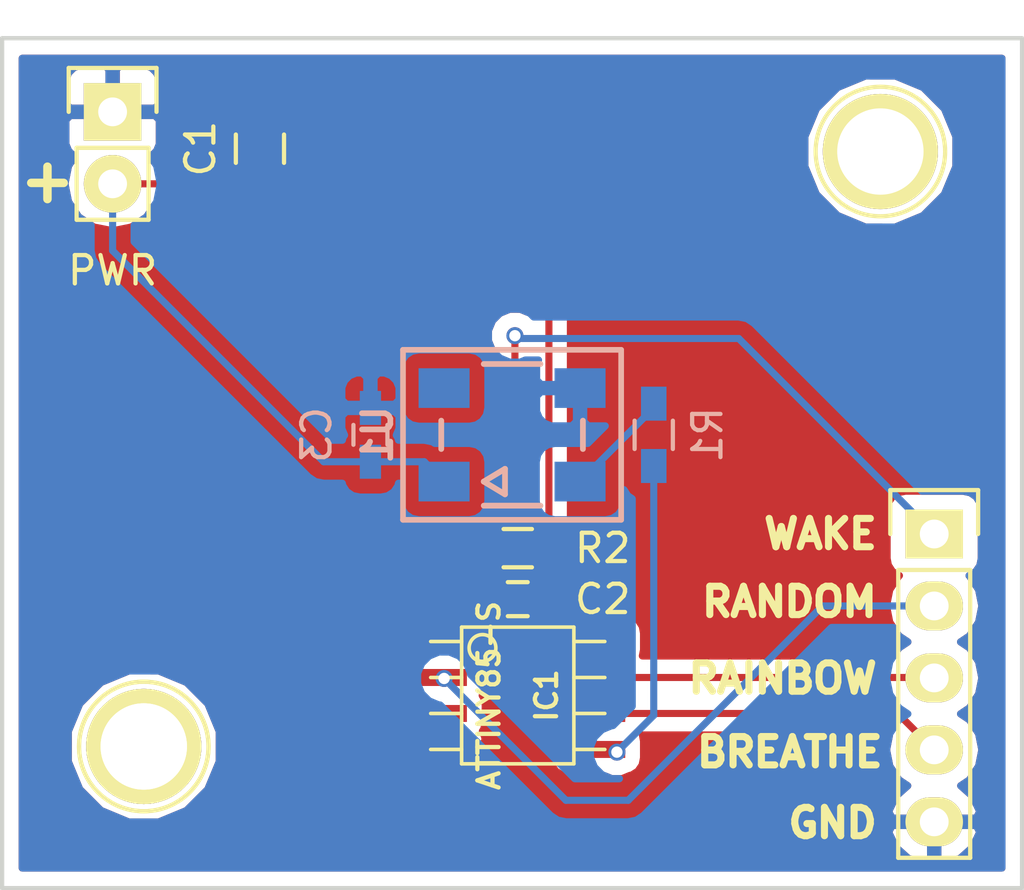
<source format=kicad_pcb>
(kicad_pcb (version 4) (host pcbnew "(2015-09-17 BZR 6202)-product")

  (general
    (links 19)
    (no_connects 0)
    (area 99.924999 99.924999 136.075001 130.075001)
    (thickness 1.6)
    (drawings 10)
    (tracks 46)
    (zones 0)
    (modules 12)
    (nets 11)
  )

  (page A4)
  (layers
    (0 F.Cu signal)
    (31 B.Cu signal)
    (32 B.Adhes user)
    (33 F.Adhes user)
    (34 B.Paste user)
    (35 F.Paste user)
    (36 B.SilkS user)
    (37 F.SilkS user)
    (38 B.Mask user)
    (39 F.Mask user)
    (40 Dwgs.User user)
    (41 Cmts.User user)
    (42 Eco1.User user)
    (43 Eco2.User user)
    (44 Edge.Cuts user)
    (45 Margin user)
    (46 B.CrtYd user)
    (47 F.CrtYd user)
    (48 B.Fab user)
    (49 F.Fab user)
  )

  (setup
    (last_trace_width 0.25)
    (trace_clearance 0.2)
    (zone_clearance 0.508)
    (zone_45_only no)
    (trace_min 0.2)
    (segment_width 0.2)
    (edge_width 0.15)
    (via_size 0.6)
    (via_drill 0.4)
    (via_min_size 0.4)
    (via_min_drill 0.3)
    (uvia_size 0.3)
    (uvia_drill 0.1)
    (uvias_allowed no)
    (uvia_min_size 0.2)
    (uvia_min_drill 0.1)
    (pcb_text_width 0.3)
    (pcb_text_size 1.5 1.5)
    (mod_edge_width 0.15)
    (mod_text_size 1 1)
    (mod_text_width 0.15)
    (pad_size 1.524 1.524)
    (pad_drill 0.762)
    (pad_to_mask_clearance 0.2)
    (aux_axis_origin 0 0)
    (grid_origin 100 100)
    (visible_elements FFFFFF7F)
    (pcbplotparams
      (layerselection 0x00030_80000001)
      (usegerberextensions false)
      (excludeedgelayer true)
      (linewidth 0.100000)
      (plotframeref false)
      (viasonmask false)
      (mode 1)
      (useauxorigin false)
      (hpglpennumber 1)
      (hpglpenspeed 20)
      (hpglpendiameter 15)
      (hpglpenoverlay 2)
      (psnegative false)
      (psa4output false)
      (plotreference true)
      (plotvalue true)
      (plotinvisibletext false)
      (padsonsilk false)
      (subtractmaskfromsilk false)
      (outputformat 1)
      (mirror false)
      (drillshape 1)
      (scaleselection 1)
      (outputdirectory ""))
  )

  (net 0 "")
  (net 1 +5V)
  (net 2 GND)
  (net 3 "Net-(IC1-Pad1)")
  (net 4 "Net-(IC1-Pad2)")
  (net 5 "Net-(IC1-Pad3)")
  (net 6 "Net-(IC1-Pad5)")
  (net 7 "Net-(IC1-Pad6)")
  (net 8 "Net-(IC1-Pad7)")
  (net 9 "Net-(R1-Pad2)")
  (net 10 "Net-(U1-Pad2)")

  (net_class Default "This is the default net class."
    (clearance 0.2)
    (trace_width 0.25)
    (via_dia 0.6)
    (via_drill 0.4)
    (uvia_dia 0.3)
    (uvia_drill 0.1)
    (add_net +5V)
    (add_net GND)
    (add_net "Net-(IC1-Pad1)")
    (add_net "Net-(IC1-Pad2)")
    (add_net "Net-(IC1-Pad3)")
    (add_net "Net-(IC1-Pad5)")
    (add_net "Net-(IC1-Pad6)")
    (add_net "Net-(IC1-Pad7)")
    (add_net "Net-(R1-Pad2)")
    (add_net "Net-(U1-Pad2)")
  )

  (module Capacitors_SMD:C_0805_HandSoldering (layer F.Cu) (tedit 541A9B8D) (tstamp 562C26C1)
    (at 109.1 103.9 90)
    (descr "Capacitor SMD 0805, hand soldering")
    (tags "capacitor 0805")
    (path /562C261B)
    (attr smd)
    (fp_text reference C1 (at 0 -2.1 90) (layer F.SilkS)
      (effects (font (size 1 1) (thickness 0.15)))
    )
    (fp_text value 10uF (at 0 2.1 90) (layer F.Fab)
      (effects (font (size 1 1) (thickness 0.15)))
    )
    (fp_line (start -2.3 -1) (end 2.3 -1) (layer F.CrtYd) (width 0.05))
    (fp_line (start -2.3 1) (end 2.3 1) (layer F.CrtYd) (width 0.05))
    (fp_line (start -2.3 -1) (end -2.3 1) (layer F.CrtYd) (width 0.05))
    (fp_line (start 2.3 -1) (end 2.3 1) (layer F.CrtYd) (width 0.05))
    (fp_line (start 0.5 -0.85) (end -0.5 -0.85) (layer F.SilkS) (width 0.15))
    (fp_line (start -0.5 0.85) (end 0.5 0.85) (layer F.SilkS) (width 0.15))
    (pad 1 smd rect (at -1.25 0 90) (size 1.5 1.25) (layers F.Cu F.Paste F.Mask)
      (net 1 +5V))
    (pad 2 smd rect (at 1.25 0 90) (size 1.5 1.25) (layers F.Cu F.Paste F.Mask)
      (net 2 GND))
    (model Capacitors_SMD.3dshapes/C_0805_HandSoldering.wrl
      (at (xyz 0 0 0))
      (scale (xyz 1 1 1))
      (rotate (xyz 0 0 0))
    )
  )

  (module Capacitors_SMD:C_0603_HandSoldering (layer F.Cu) (tedit 562C4BC7) (tstamp 562C26C7)
    (at 118.2 119.8 180)
    (descr "Capacitor SMD 0603, hand soldering")
    (tags "capacitor 0603")
    (path /562C25F2)
    (attr smd)
    (fp_text reference C2 (at -3 0 180) (layer F.SilkS)
      (effects (font (size 1 1) (thickness 0.15)))
    )
    (fp_text value 100nf (at 4 0 180) (layer F.Fab)
      (effects (font (size 1 1) (thickness 0.15)))
    )
    (fp_line (start -1.85 -0.75) (end 1.85 -0.75) (layer F.CrtYd) (width 0.05))
    (fp_line (start -1.85 0.75) (end 1.85 0.75) (layer F.CrtYd) (width 0.05))
    (fp_line (start -1.85 -0.75) (end -1.85 0.75) (layer F.CrtYd) (width 0.05))
    (fp_line (start 1.85 -0.75) (end 1.85 0.75) (layer F.CrtYd) (width 0.05))
    (fp_line (start -0.35 -0.6) (end 0.35 -0.6) (layer F.SilkS) (width 0.15))
    (fp_line (start 0.35 0.6) (end -0.35 0.6) (layer F.SilkS) (width 0.15))
    (pad 1 smd rect (at -0.95 0 180) (size 1.2 0.75) (layers F.Cu F.Paste F.Mask)
      (net 1 +5V))
    (pad 2 smd rect (at 0.95 0 180) (size 1.2 0.75) (layers F.Cu F.Paste F.Mask)
      (net 2 GND))
    (model Capacitors_SMD.3dshapes/C_0603_HandSoldering.wrl
      (at (xyz 0 0 0))
      (scale (xyz 1 1 1))
      (rotate (xyz 0 0 0))
    )
  )

  (module Capacitors_SMD:C_0603_HandSoldering (layer B.Cu) (tedit 541A9B4D) (tstamp 562C26CD)
    (at 113 114 270)
    (descr "Capacitor SMD 0603, hand soldering")
    (tags "capacitor 0603")
    (path /562C2954)
    (attr smd)
    (fp_text reference C3 (at 0 1.9 270) (layer B.SilkS)
      (effects (font (size 1 1) (thickness 0.15)) (justify mirror))
    )
    (fp_text value 100nf (at 0 -1.9 270) (layer B.Fab)
      (effects (font (size 1 1) (thickness 0.15)) (justify mirror))
    )
    (fp_line (start -1.85 0.75) (end 1.85 0.75) (layer B.CrtYd) (width 0.05))
    (fp_line (start -1.85 -0.75) (end 1.85 -0.75) (layer B.CrtYd) (width 0.05))
    (fp_line (start -1.85 0.75) (end -1.85 -0.75) (layer B.CrtYd) (width 0.05))
    (fp_line (start 1.85 0.75) (end 1.85 -0.75) (layer B.CrtYd) (width 0.05))
    (fp_line (start -0.35 0.6) (end 0.35 0.6) (layer B.SilkS) (width 0.15))
    (fp_line (start 0.35 -0.6) (end -0.35 -0.6) (layer B.SilkS) (width 0.15))
    (pad 1 smd rect (at -0.95 0 270) (size 1.2 0.75) (layers B.Cu B.Paste B.Mask)
      (net 2 GND))
    (pad 2 smd rect (at 0.95 0 270) (size 1.2 0.75) (layers B.Cu B.Paste B.Mask)
      (net 1 +5V))
    (model Capacitors_SMD.3dshapes/C_0603_HandSoldering.wrl
      (at (xyz 0 0 0))
      (scale (xyz 1 1 1))
      (rotate (xyz 0 0 0))
    )
  )

  (module w_smd_dil:so-8 (layer F.Cu) (tedit 0) (tstamp 562C26D9)
    (at 118.2 123.2 270)
    (descr SO-8)
    (path /562C1AF7)
    (fp_text reference IC1 (at 0 -1.016 270) (layer F.SilkS)
      (effects (font (size 0.7493 0.7493) (thickness 0.14986)))
    )
    (fp_text value ATTINY85-S (at 0 1.016 270) (layer F.SilkS)
      (effects (font (size 0.7493 0.7493) (thickness 0.14986)))
    )
    (fp_line (start -2.413 -1.9812) (end -2.413 1.9812) (layer F.SilkS) (width 0.127))
    (fp_line (start -2.413 1.9812) (end 2.413 1.9812) (layer F.SilkS) (width 0.127))
    (fp_line (start 2.413 1.9812) (end 2.413 -1.9812) (layer F.SilkS) (width 0.127))
    (fp_line (start 2.413 -1.9812) (end -2.413 -1.9812) (layer F.SilkS) (width 0.127))
    (fp_line (start -1.905 -1.9812) (end -1.905 -3.0734) (layer F.SilkS) (width 0.127))
    (fp_line (start -0.635 -1.9812) (end -0.635 -3.0734) (layer F.SilkS) (width 0.127))
    (fp_line (start 0.635 -1.9812) (end 0.635 -3.0734) (layer F.SilkS) (width 0.127))
    (fp_line (start 1.905 -3.0734) (end 1.905 -1.9812) (layer F.SilkS) (width 0.127))
    (fp_line (start 1.905 1.9812) (end 1.905 3.0734) (layer F.SilkS) (width 0.127))
    (fp_line (start 0.635 3.0734) (end 0.635 1.9812) (layer F.SilkS) (width 0.127))
    (fp_line (start -0.635 3.0734) (end -0.635 1.9812) (layer F.SilkS) (width 0.127))
    (fp_line (start -1.905 3.0734) (end -1.905 1.9812) (layer F.SilkS) (width 0.127))
    (fp_circle (center -1.6764 1.2446) (end -1.9558 1.6256) (layer F.SilkS) (width 0.127))
    (pad 1 smd rect (at -1.905 2.794 270) (size 0.59944 1.99898) (layers F.Cu F.Paste F.Mask)
      (net 3 "Net-(IC1-Pad1)"))
    (pad 2 smd rect (at -0.635 2.794 270) (size 0.59944 1.99898) (layers F.Cu F.Paste F.Mask)
      (net 4 "Net-(IC1-Pad2)"))
    (pad 3 smd rect (at 0.635 2.794 270) (size 0.59944 1.99898) (layers F.Cu F.Paste F.Mask)
      (net 5 "Net-(IC1-Pad3)"))
    (pad 4 smd rect (at 1.905 2.794 270) (size 0.59944 1.99898) (layers F.Cu F.Paste F.Mask)
      (net 2 GND))
    (pad 5 smd rect (at 1.905 -2.794 270) (size 0.59944 1.99898) (layers F.Cu F.Paste F.Mask)
      (net 6 "Net-(IC1-Pad5)"))
    (pad 6 smd rect (at 0.635 -2.794 270) (size 0.59944 1.99898) (layers F.Cu F.Paste F.Mask)
      (net 7 "Net-(IC1-Pad6)"))
    (pad 7 smd rect (at -0.635 -2.794 270) (size 0.59944 1.99898) (layers F.Cu F.Paste F.Mask)
      (net 8 "Net-(IC1-Pad7)"))
    (pad 8 smd rect (at -1.905 -2.794 270) (size 0.59944 1.99898) (layers F.Cu F.Paste F.Mask)
      (net 1 +5V))
    (model walter/smd_dil/so-8.wrl
      (at (xyz 0 0 0))
      (scale (xyz 1 1 1))
      (rotate (xyz 0 0 0))
    )
  )

  (module Pin_Headers:Pin_Header_Straight_1x05 (layer F.Cu) (tedit 562C5EF7) (tstamp 562C26E2)
    (at 132.9 117.5)
    (descr "Through hole pin header")
    (tags "pin header")
    (path /562C1FEE)
    (fp_text reference P1 (at 0 -3) (layer F.SilkS) hide
      (effects (font (size 1 1) (thickness 0.15)))
    )
    (fp_text value CONN_5 (at 0 -3.1) (layer F.Fab) hide
      (effects (font (size 1 1) (thickness 0.15)))
    )
    (fp_line (start -1.55 0) (end -1.55 -1.55) (layer F.SilkS) (width 0.15))
    (fp_line (start -1.55 -1.55) (end 1.55 -1.55) (layer F.SilkS) (width 0.15))
    (fp_line (start 1.55 -1.55) (end 1.55 0) (layer F.SilkS) (width 0.15))
    (fp_line (start -1.75 -1.75) (end -1.75 11.95) (layer F.CrtYd) (width 0.05))
    (fp_line (start 1.75 -1.75) (end 1.75 11.95) (layer F.CrtYd) (width 0.05))
    (fp_line (start -1.75 -1.75) (end 1.75 -1.75) (layer F.CrtYd) (width 0.05))
    (fp_line (start -1.75 11.95) (end 1.75 11.95) (layer F.CrtYd) (width 0.05))
    (fp_line (start 1.27 1.27) (end 1.27 11.43) (layer F.SilkS) (width 0.15))
    (fp_line (start 1.27 11.43) (end -1.27 11.43) (layer F.SilkS) (width 0.15))
    (fp_line (start -1.27 11.43) (end -1.27 1.27) (layer F.SilkS) (width 0.15))
    (fp_line (start 1.27 1.27) (end -1.27 1.27) (layer F.SilkS) (width 0.15))
    (pad 1 thru_hole rect (at 0 0) (size 2.032 1.7272) (drill 1.016) (layers *.Cu *.Mask F.SilkS)
      (net 5 "Net-(IC1-Pad3)"))
    (pad 2 thru_hole oval (at 0 2.54) (size 2.032 1.7272) (drill 1.016) (layers *.Cu *.Mask F.SilkS)
      (net 4 "Net-(IC1-Pad2)"))
    (pad 3 thru_hole oval (at 0 5.08) (size 2.032 1.7272) (drill 1.016) (layers *.Cu *.Mask F.SilkS)
      (net 8 "Net-(IC1-Pad7)"))
    (pad 4 thru_hole oval (at 0 7.62) (size 2.032 1.7272) (drill 1.016) (layers *.Cu *.Mask F.SilkS)
      (net 7 "Net-(IC1-Pad6)"))
    (pad 5 thru_hole oval (at 0 10.16) (size 2.032 1.7272) (drill 1.016) (layers *.Cu *.Mask F.SilkS)
      (net 2 GND))
    (model Pin_Headers.3dshapes/Pin_Header_Straight_1x05.wrl
      (at (xyz 0 -0.2 0))
      (scale (xyz 1 1 1))
      (rotate (xyz 0 0 90))
    )
  )

  (module Pin_Headers:Pin_Header_Straight_1x02 (layer F.Cu) (tedit 562C5EED) (tstamp 562C26E8)
    (at 103.9 102.6)
    (descr "Through hole pin header")
    (tags "pin header")
    (path /562C2C25)
    (fp_text reference PWR (at 0 5.6) (layer F.SilkS)
      (effects (font (size 1 1) (thickness 0.15)))
    )
    (fp_text value CONN_2 (at 0 -3.1) (layer F.Fab)
      (effects (font (size 1 1) (thickness 0.15)))
    )
    (fp_line (start 1.27 1.27) (end 1.27 3.81) (layer F.SilkS) (width 0.15))
    (fp_line (start 1.55 -1.55) (end 1.55 0) (layer F.SilkS) (width 0.15))
    (fp_line (start -1.75 -1.75) (end -1.75 4.3) (layer F.CrtYd) (width 0.05))
    (fp_line (start 1.75 -1.75) (end 1.75 4.3) (layer F.CrtYd) (width 0.05))
    (fp_line (start -1.75 -1.75) (end 1.75 -1.75) (layer F.CrtYd) (width 0.05))
    (fp_line (start -1.75 4.3) (end 1.75 4.3) (layer F.CrtYd) (width 0.05))
    (fp_line (start 1.27 1.27) (end -1.27 1.27) (layer F.SilkS) (width 0.15))
    (fp_line (start -1.55 0) (end -1.55 -1.55) (layer F.SilkS) (width 0.15))
    (fp_line (start -1.55 -1.55) (end 1.55 -1.55) (layer F.SilkS) (width 0.15))
    (fp_line (start -1.27 1.27) (end -1.27 3.81) (layer F.SilkS) (width 0.15))
    (fp_line (start -1.27 3.81) (end 1.27 3.81) (layer F.SilkS) (width 0.15))
    (pad 1 thru_hole rect (at 0 0) (size 2.032 2.032) (drill 1.016) (layers *.Cu *.Mask F.SilkS)
      (net 2 GND))
    (pad 2 thru_hole oval (at 0 2.54) (size 2.032 2.032) (drill 1.016) (layers *.Cu *.Mask F.SilkS)
      (net 1 +5V))
    (model Pin_Headers.3dshapes/Pin_Header_Straight_1x02.wrl
      (at (xyz 0 -0.05 0))
      (scale (xyz 1 1 1))
      (rotate (xyz 0 0 90))
    )
  )

  (module Resistors_SMD:R_0603_HandSoldering (layer B.Cu) (tedit 5418A00F) (tstamp 562C26EE)
    (at 123 114 90)
    (descr "Resistor SMD 0603, hand soldering")
    (tags "resistor 0603")
    (path /562C1F67)
    (attr smd)
    (fp_text reference R1 (at 0 1.9 90) (layer B.SilkS)
      (effects (font (size 1 1) (thickness 0.15)) (justify mirror))
    )
    (fp_text value 100 (at 0 -1.9 90) (layer B.Fab)
      (effects (font (size 1 1) (thickness 0.15)) (justify mirror))
    )
    (fp_line (start -2 0.8) (end 2 0.8) (layer B.CrtYd) (width 0.05))
    (fp_line (start -2 -0.8) (end 2 -0.8) (layer B.CrtYd) (width 0.05))
    (fp_line (start -2 0.8) (end -2 -0.8) (layer B.CrtYd) (width 0.05))
    (fp_line (start 2 0.8) (end 2 -0.8) (layer B.CrtYd) (width 0.05))
    (fp_line (start 0.5 -0.675) (end -0.5 -0.675) (layer B.SilkS) (width 0.15))
    (fp_line (start -0.5 0.675) (end 0.5 0.675) (layer B.SilkS) (width 0.15))
    (pad 1 smd rect (at -1.1 0 90) (size 1.2 0.9) (layers B.Cu B.Paste B.Mask)
      (net 6 "Net-(IC1-Pad5)"))
    (pad 2 smd rect (at 1.1 0 90) (size 1.2 0.9) (layers B.Cu B.Paste B.Mask)
      (net 9 "Net-(R1-Pad2)"))
    (model Resistors_SMD.3dshapes/R_0603_HandSoldering.wrl
      (at (xyz 0 0 0))
      (scale (xyz 1 1 1))
      (rotate (xyz 0 0 0))
    )
  )

  (module Resistors_SMD:R_0603_HandSoldering (layer F.Cu) (tedit 562C4BC0) (tstamp 562C26F4)
    (at 118.2 118 180)
    (descr "Resistor SMD 0603, hand soldering")
    (tags "resistor 0603")
    (path /562C21AD)
    (attr smd)
    (fp_text reference R2 (at -3 0 180) (layer F.SilkS)
      (effects (font (size 1 1) (thickness 0.15)))
    )
    (fp_text value 470K (at 4 0 180) (layer F.Fab)
      (effects (font (size 1 1) (thickness 0.15)))
    )
    (fp_line (start -2 -0.8) (end 2 -0.8) (layer F.CrtYd) (width 0.05))
    (fp_line (start -2 0.8) (end 2 0.8) (layer F.CrtYd) (width 0.05))
    (fp_line (start -2 -0.8) (end -2 0.8) (layer F.CrtYd) (width 0.05))
    (fp_line (start 2 -0.8) (end 2 0.8) (layer F.CrtYd) (width 0.05))
    (fp_line (start 0.5 0.675) (end -0.5 0.675) (layer F.SilkS) (width 0.15))
    (fp_line (start -0.5 -0.675) (end 0.5 -0.675) (layer F.SilkS) (width 0.15))
    (pad 1 smd rect (at -1.1 0 180) (size 1.2 0.9) (layers F.Cu F.Paste F.Mask)
      (net 1 +5V))
    (pad 2 smd rect (at 1.1 0 180) (size 1.2 0.9) (layers F.Cu F.Paste F.Mask)
      (net 5 "Net-(IC1-Pad3)"))
    (model Resistors_SMD.3dshapes/R_0603_HandSoldering.wrl
      (at (xyz 0 0 0))
      (scale (xyz 1 1 1))
      (rotate (xyz 0 0 0))
    )
  )

  (module z2a_leds:WS2812b (layer B.Cu) (tedit 523CDB0D) (tstamp 562C26FC)
    (at 118 114 270)
    (path /562C1DCF)
    (fp_text reference U1 (at 0 4.75 270) (layer B.SilkS)
      (effects (font (size 1 1) (thickness 0.2)) (justify mirror))
    )
    (fp_text value WS2812B (at 0 -4.85 270) (layer B.SilkS) hide
      (effects (font (size 1 1) (thickness 0.2)) (justify mirror))
    )
    (fp_line (start 1.65 1) (end 1.2 0.25) (layer B.SilkS) (width 0.2032))
    (fp_line (start 1.2 0.25) (end 2.1 0.25) (layer B.SilkS) (width 0.2032))
    (fp_line (start 2.1 0.25) (end 1.65 1) (layer B.SilkS) (width 0.2032))
    (fp_line (start -2.5 1) (end -2.5 -1) (layer B.SilkS) (width 0.2032))
    (fp_line (start -0.5 -2.5) (end 0.5 -2.5) (layer B.SilkS) (width 0.2032))
    (fp_line (start 2.5 1) (end 2.5 -1) (layer B.SilkS) (width 0.2032))
    (fp_line (start -0.5 2.5) (end 0.5 2.5) (layer B.SilkS) (width 0.2032))
    (fp_line (start 2.1 -2.5) (end 2.5 -2.5) (layer Dwgs.User) (width 0.2032))
    (fp_line (start -1.2 -2.5) (end 1.2 -2.5) (layer Dwgs.User) (width 0.2032))
    (fp_line (start -2.5 -2.5) (end -2.1 -2.5) (layer Dwgs.User) (width 0.2032))
    (fp_line (start 2.1 2.5) (end 2.5 2.5) (layer Dwgs.User) (width 0.2032))
    (fp_line (start -1.2 2.5) (end 1.2 2.5) (layer Dwgs.User) (width 0.2032))
    (fp_line (start -2.5 2.5) (end -2.1 2.5) (layer Dwgs.User) (width 0.2032))
    (fp_line (start -2.1 2.7) (end -1.2 2.7) (layer Dwgs.User) (width 0.2032))
    (fp_line (start -1.2 2.7) (end -1.2 1.8) (layer Dwgs.User) (width 0.2032))
    (fp_line (start -1.2 1.8) (end -2.1 1.8) (layer Dwgs.User) (width 0.2032))
    (fp_line (start -2.1 1.8) (end -2.1 2.7) (layer Dwgs.User) (width 0.2032))
    (fp_line (start 2.1 2.7) (end 1.2 2.7) (layer Dwgs.User) (width 0.2032))
    (fp_line (start 1.2 2.7) (end 1.2 1.8) (layer Dwgs.User) (width 0.2032))
    (fp_line (start 1.2 1.8) (end 2.1 1.8) (layer Dwgs.User) (width 0.2032))
    (fp_line (start 2.1 1.8) (end 2.1 2.7) (layer Dwgs.User) (width 0.2032))
    (fp_line (start -3 -3.85) (end -3 3.85) (layer B.SilkS) (width 0.2))
    (fp_line (start 3 -3.85) (end -3 -3.85) (layer B.SilkS) (width 0.2))
    (fp_line (start -3 3.85) (end 3 3.85) (layer B.SilkS) (width 0.2))
    (fp_line (start 3 3.85) (end 3 -3.85) (layer B.SilkS) (width 0.2))
    (fp_line (start -2.1 -2.7) (end -2.1 -1.8) (layer Dwgs.User) (width 0.2))
    (fp_line (start -2.1 -1.8) (end -1.2 -1.8) (layer Dwgs.User) (width 0.2))
    (fp_line (start -1.2 -1.8) (end -1.2 -2.7) (layer Dwgs.User) (width 0.2))
    (fp_line (start -1.2 -2.7) (end -2.1 -2.7) (layer Dwgs.User) (width 0.2))
    (fp_line (start 1.2 -2.7) (end 1.2 -1.8) (layer Dwgs.User) (width 0.2))
    (fp_line (start 1.2 -1.8) (end 2.1 -1.8) (layer Dwgs.User) (width 0.2))
    (fp_line (start 2.1 -1.8) (end 2.1 -2.7) (layer Dwgs.User) (width 0.2))
    (fp_line (start 2.1 -2.7) (end 1.2 -2.7) (layer Dwgs.User) (width 0.2))
    (fp_line (start 2.5 2.5) (end 2.5 -2.5) (layer Dwgs.User) (width 0.2))
    (fp_line (start -2.49936 -2.49936) (end -2.49936 2.49936) (layer Dwgs.User) (width 0.2))
    (pad 1 smd rect (at 1.65 2.4 270) (size 1.4 1.8) (layers B.Cu B.Paste B.Mask)
      (net 1 +5V))
    (pad 2 smd rect (at -1.65 2.4 270) (size 1.4 1.8) (layers B.Cu B.Paste B.Mask)
      (net 10 "Net-(U1-Pad2)"))
    (pad 3 smd rect (at -1.65 -2.4 270) (size 1.4 1.8) (layers B.Cu B.Paste B.Mask)
      (net 2 GND))
    (pad 4 smd rect (at 1.65 -2.4 270) (size 1.4 1.8) (layers B.Cu B.Paste B.Mask)
      (net 9 "Net-(R1-Pad2)"))
  )

  (module Connect:1pin (layer F.Cu) (tedit 562C49FF) (tstamp 563592BE)
    (at 131 104)
    (descr "module 1 pin (ou trou mecanique de percage)")
    (tags DEV)
    (fp_text reference REF** (at 0 -3.048) (layer F.SilkS) hide
      (effects (font (size 1 1) (thickness 0.15)))
    )
    (fp_text value 1pin (at 0 2.794) (layer F.Fab) hide
      (effects (font (size 1 1) (thickness 0.15)))
    )
    (fp_circle (center 0 0) (end 0 -2.286) (layer F.SilkS) (width 0.15))
    (pad 1 thru_hole circle (at 0 0) (size 4.064 4.064) (drill 3.048) (layers *.Cu *.Mask F.SilkS))
  )

  (module Connect:1pin (layer F.Cu) (tedit 562C4A06) (tstamp 562FB381)
    (at 105 125)
    (descr "module 1 pin (ou trou mecanique de percage)")
    (tags DEV)
    (fp_text reference "" (at 0 -3.048) (layer F.SilkS) hide
      (effects (font (size 1 1) (thickness 0.15)))
    )
    (fp_text value 1pin (at 0 2.794) (layer F.Fab) hide
      (effects (font (size 1 1) (thickness 0.15)))
    )
    (fp_circle (center 0 0) (end 0 -2.286) (layer F.SilkS) (width 0.15))
    (pad 1 thru_hole circle (at 0 0) (size 4.064 4.064) (drill 3.048) (layers *.Cu *.Mask F.SilkS))
  )

  (module Connect:1pin (layer F.Cu) (tedit 562C4A03) (tstamp 5630E060)
    (at 105 125)
    (descr "module 1 pin (ou trou mecanique de percage)")
    (tags DEV)
    (fp_text reference REF** (at 0 -3.048) (layer F.SilkS) hide
      (effects (font (size 1 1) (thickness 0.15)))
    )
    (fp_text value 1pin (at 0 2.794 90) (layer F.Fab) hide
      (effects (font (size 1 1) (thickness 0.15)))
    )
    (fp_circle (center 0 0) (end 0 -2.286) (layer F.SilkS) (width 0.15))
    (pad 1 thru_hole circle (at 0 0) (size 4.064 4.064) (drill 3.048) (layers *.Cu *.Mask F.SilkS))
  )

  (gr_text WAKE (at 131 117.5) (layer F.SilkS)
    (effects (font (size 1 1) (thickness 0.25)) (justify right))
  )
  (gr_text "RANDOM\n\n" (at 131 120.7) (layer F.SilkS)
    (effects (font (size 1 1) (thickness 0.25)) (justify right))
  )
  (gr_text "RAINBOW\n" (at 131 122.6) (layer F.SilkS)
    (effects (font (size 1 1) (thickness 0.25)) (justify right))
  )
  (gr_text GND (at 131 127.7) (layer F.SilkS)
    (effects (font (size 1 1) (thickness 0.25)) (justify right))
  )
  (gr_text "BREATHE\n" (at 127.8 125.2) (layer F.SilkS)
    (effects (font (size 1 1) (thickness 0.25)))
  )
  (gr_text + (at 101.6 105) (layer F.SilkS)
    (effects (font (size 1.5 1.5) (thickness 0.3)))
  )
  (gr_line (start 136 100) (end 100 100) (angle 90) (layer Edge.Cuts) (width 0.15))
  (gr_line (start 136 130) (end 136 100) (angle 90) (layer Edge.Cuts) (width 0.15))
  (gr_line (start 100 130) (end 136 130) (angle 90) (layer Edge.Cuts) (width 0.15))
  (gr_line (start 100 100) (end 100 130) (angle 90) (layer Edge.Cuts) (width 0.15))

  (segment (start 109.1 105.15) (end 116.75 105.15) (width 0.25) (layer F.Cu) (net 1) (status 400000))
  (segment (start 119.3 107.7) (end 119.3 118) (width 0.25) (layer F.Cu) (net 1) (tstamp 5637F12A) (status 800000))
  (segment (start 116.75 105.15) (end 119.3 107.7) (width 0.25) (layer F.Cu) (net 1) (tstamp 5637F129))
  (segment (start 103.9 105.14) (end 109.09 105.14) (width 0.25) (layer F.Cu) (net 1) (status C00000))
  (segment (start 109.09 105.14) (end 109.1 105.15) (width 0.25) (layer F.Cu) (net 1) (tstamp 5637F126) (status C00000))
  (segment (start 103.9 105.14) (end 103.9 107.5) (width 0.25) (layer B.Cu) (net 1))
  (segment (start 111.35 114.95) (end 113 114.95) (width 0.25) (layer B.Cu) (net 1) (tstamp 5637F08D))
  (segment (start 103.9 107.5) (end 111.35 114.95) (width 0.25) (layer B.Cu) (net 1) (tstamp 5637F08B))
  (segment (start 119.15 119.8) (end 119.499 119.8) (width 0.25) (layer F.Cu) (net 1))
  (segment (start 119.499 119.8) (end 120.994 121.295) (width 0.25) (layer F.Cu) (net 1) (tstamp 5637F02A))
  (segment (start 119.3 119.65) (end 119.3 118) (width 0.25) (layer F.Cu) (net 1) (tstamp 5637F027))
  (segment (start 113 114.95) (end 114.9 114.95) (width 0.25) (layer B.Cu) (net 1))
  (segment (start 114.9 114.95) (end 115.6 115.65) (width 0.25) (layer B.Cu) (net 1) (tstamp 5637EEBE))
  (segment (start 112.95 115) (end 113 114.95) (width 0.25) (layer B.Cu) (net 1) (tstamp 5637EEBB))
  (segment (start 132.9 120.04) (end 128.96 120.04) (width 0.25) (layer B.Cu) (net 4))
  (segment (start 115.6 122.6) (end 115.406 122.565) (width 0.25) (layer F.Cu) (net 4) (tstamp 5637F0DC))
  (via (at 115.6 122.6) (size 0.6) (drill 0.4) (layers F.Cu B.Cu) (net 4))
  (segment (start 119.9 126.9) (end 115.6 122.6) (width 0.25) (layer B.Cu) (net 4) (tstamp 5637F0D7))
  (segment (start 122.1 126.9) (end 119.9 126.9) (width 0.25) (layer B.Cu) (net 4) (tstamp 5637F0D5))
  (segment (start 128.96 120.04) (end 122.1 126.9) (width 0.25) (layer B.Cu) (net 4) (tstamp 5637F0D3))
  (segment (start 117.1 118) (end 117.1 117.5) (width 0.25) (layer F.Cu) (net 5))
  (segment (start 126 110.6) (end 132.9 117.5) (width 0.25) (layer B.Cu) (net 5) (tstamp 5637F0F0))
  (segment (start 118.2 110.6) (end 126 110.6) (width 0.25) (layer B.Cu) (net 5) (tstamp 5637F0EF))
  (segment (start 118.1 110.5) (end 118.2 110.6) (width 0.25) (layer B.Cu) (net 5) (tstamp 5637F0EE))
  (via (at 118.1 110.5) (size 0.6) (drill 0.4) (layers F.Cu B.Cu) (net 5))
  (segment (start 118.1 116.5) (end 118.1 110.5) (width 0.25) (layer F.Cu) (net 5) (tstamp 5637F0EA))
  (segment (start 117.1 117.5) (end 118.1 116.5) (width 0.25) (layer F.Cu) (net 5) (tstamp 5637F0E9))
  (segment (start 115.406 123.835) (end 114.235 123.835) (width 0.25) (layer F.Cu) (net 5))
  (segment (start 112.8 118) (end 117.1 118) (width 0.25) (layer F.Cu) (net 5) (tstamp 5637F0B6))
  (segment (start 111.9 118.9) (end 112.8 118) (width 0.25) (layer F.Cu) (net 5) (tstamp 5637F0B4))
  (segment (start 111.9 121.5) (end 111.9 118.9) (width 0.25) (layer F.Cu) (net 5) (tstamp 5637F0B2))
  (segment (start 114.235 123.835) (end 111.9 121.5) (width 0.25) (layer F.Cu) (net 5) (tstamp 5637F0B0))
  (segment (start 115.406 123.835) (end 114.435 123.835) (width 0.25) (layer F.Cu) (net 5))
  (segment (start 123 115.1) (end 123 123.9) (width 0.25) (layer B.Cu) (net 6))
  (segment (start 121.7 125.2) (end 121.605 125.105) (width 0.25) (layer F.Cu) (net 6) (tstamp 5637F0C0))
  (via (at 121.7 125.2) (size 0.6) (drill 0.4) (layers F.Cu B.Cu) (net 6))
  (segment (start 123 123.9) (end 121.7 125.2) (width 0.25) (layer B.Cu) (net 6) (tstamp 5637F0BC))
  (segment (start 121.605 125.105) (end 120.994 125.105) (width 0.25) (layer F.Cu) (net 6) (tstamp 5637F0C1))
  (segment (start 120.994 123.835) (end 131.615 123.835) (width 0.25) (layer F.Cu) (net 7))
  (segment (start 131.615 123.835) (end 132.9 125.12) (width 0.25) (layer F.Cu) (net 7) (tstamp 5637F0AC))
  (segment (start 120.994 123.835) (end 121.635 123.835) (width 0.25) (layer F.Cu) (net 7))
  (segment (start 120.994 122.565) (end 132.885 122.565) (width 0.25) (layer F.Cu) (net 8))
  (segment (start 132.885 122.565) (end 132.9 122.58) (width 0.25) (layer F.Cu) (net 8) (tstamp 5637F0A9))
  (segment (start 120.994 122.565) (end 121.565 122.565) (width 0.25) (layer F.Cu) (net 8))
  (segment (start 123 112.9) (end 123 113.05) (width 0.25) (layer B.Cu) (net 9))
  (segment (start 123 113.05) (end 120.4 115.65) (width 0.25) (layer B.Cu) (net 9) (tstamp 5637EEB4))

  (zone (net 2) (net_name GND) (layer F.Cu) (tstamp 5637EE57) (hatch edge 0.508)
    (connect_pads (clearance 0.508))
    (min_thickness 0.254)
    (fill yes (arc_segments 16) (thermal_gap 0.508) (thermal_bridge_width 0.508))
    (polygon
      (pts
        (xy 136 130) (xy 100 130) (xy 100 100) (xy 136 100) (xy 136 130)
      )
    )
    (filled_polygon
      (pts
        (xy 135.29 129.29) (xy 100.71 129.29) (xy 100.71 128.019026) (xy 131.292642 128.019026) (xy 131.295291 128.034791)
        (xy 131.549268 128.562036) (xy 131.98568 128.951954) (xy 132.538087 129.145184) (xy 132.773 129.000924) (xy 132.773 127.787)
        (xy 133.027 127.787) (xy 133.027 129.000924) (xy 133.261913 129.145184) (xy 133.81432 128.951954) (xy 134.250732 128.562036)
        (xy 134.504709 128.034791) (xy 134.507358 128.019026) (xy 134.386217 127.787) (xy 133.027 127.787) (xy 132.773 127.787)
        (xy 131.413783 127.787) (xy 131.292642 128.019026) (xy 100.71 128.019026) (xy 100.71 125.528172) (xy 102.332538 125.528172)
        (xy 102.737709 126.508761) (xy 103.487293 127.259655) (xy 104.467173 127.666536) (xy 105.528172 127.667462) (xy 106.508761 127.262291)
        (xy 107.259655 126.512707) (xy 107.666536 125.532827) (xy 107.666659 125.39075) (xy 113.77151 125.39075) (xy 113.77151 125.531029)
        (xy 113.868183 125.764418) (xy 114.046811 125.943047) (xy 114.2802 126.03972) (xy 115.12025 126.03972) (xy 115.279 125.88097)
        (xy 115.279 125.232) (xy 115.533 125.232) (xy 115.533 125.88097) (xy 115.69175 126.03972) (xy 116.5318 126.03972)
        (xy 116.765189 125.943047) (xy 116.943817 125.764418) (xy 117.04049 125.531029) (xy 117.04049 125.39075) (xy 116.88174 125.232)
        (xy 115.533 125.232) (xy 115.279 125.232) (xy 113.93026 125.232) (xy 113.77151 125.39075) (xy 107.666659 125.39075)
        (xy 107.667462 124.471828) (xy 107.262291 123.491239) (xy 106.512707 122.740345) (xy 105.532827 122.333464) (xy 104.471828 122.332538)
        (xy 103.491239 122.737709) (xy 102.740345 123.487293) (xy 102.333464 124.467173) (xy 102.332538 125.528172) (xy 100.71 125.528172)
        (xy 100.71 105.14) (xy 102.216655 105.14) (xy 102.34233 105.77181) (xy 102.700222 106.307433) (xy 103.235845 106.665325)
        (xy 103.867655 106.791) (xy 103.932345 106.791) (xy 104.564155 106.665325) (xy 105.099778 106.307433) (xy 105.372016 105.9)
        (xy 107.82756 105.9) (xy 107.871838 106.135317) (xy 108.01091 106.351441) (xy 108.22311 106.496431) (xy 108.475 106.54744)
        (xy 109.725 106.54744) (xy 109.960317 106.503162) (xy 110.176441 106.36409) (xy 110.321431 106.15189) (xy 110.370415 105.91)
        (xy 116.435198 105.91) (xy 118.54 108.014802) (xy 118.54 109.670301) (xy 118.286799 109.565162) (xy 117.914833 109.564838)
        (xy 117.571057 109.706883) (xy 117.307808 109.969673) (xy 117.165162 110.313201) (xy 117.164838 110.685167) (xy 117.306883 111.028943)
        (xy 117.34 111.062118) (xy 117.34 116.185198) (xy 116.622638 116.90256) (xy 116.5 116.90256) (xy 116.264683 116.946838)
        (xy 116.048559 117.08591) (xy 115.943274 117.24) (xy 112.8 117.24) (xy 112.50916 117.297852) (xy 112.262599 117.462599)
        (xy 111.362599 118.362599) (xy 111.197852 118.609161) (xy 111.14 118.9) (xy 111.14 121.5) (xy 111.197852 121.790839)
        (xy 111.362599 122.037401) (xy 113.697599 124.372401) (xy 113.854947 124.477537) (xy 113.77151 124.678971) (xy 113.77151 124.81925)
        (xy 113.93026 124.978) (xy 115.279 124.978) (xy 115.279 124.958) (xy 115.533 124.958) (xy 115.533 124.978)
        (xy 116.88174 124.978) (xy 117.04049 124.81925) (xy 117.04049 124.678971) (xy 116.950539 124.46181) (xy 117.001921 124.38661)
        (xy 117.05293 124.13472) (xy 117.05293 123.53528) (xy 117.008652 123.299963) (xy 116.944626 123.200464) (xy 117.001921 123.11661)
        (xy 117.05293 122.86472) (xy 117.05293 122.26528) (xy 117.008652 122.029963) (xy 116.944626 121.930464) (xy 117.001921 121.84661)
        (xy 117.05293 121.59472) (xy 117.05293 120.99528) (xy 117.009544 120.764706) (xy 117.123 120.65125) (xy 117.123 119.927)
        (xy 116.17375 119.927) (xy 116.015 120.08575) (xy 116.015 120.30131) (xy 116.034273 120.34784) (xy 114.40651 120.34784)
        (xy 114.171193 120.392118) (xy 113.955069 120.53119) (xy 113.810079 120.74339) (xy 113.75907 120.99528) (xy 113.75907 121.59472)
        (xy 113.803348 121.830037) (xy 113.867374 121.929536) (xy 113.810079 122.01339) (xy 113.75907 122.26528) (xy 113.75907 122.284268)
        (xy 112.66 121.185198) (xy 112.66 119.214802) (xy 113.114802 118.76) (xy 115.944895 118.76) (xy 116.03591 118.901441)
        (xy 116.178266 118.998709) (xy 116.111673 119.065301) (xy 116.015 119.29869) (xy 116.015 119.51425) (xy 116.17375 119.673)
        (xy 117.123 119.673) (xy 117.123 119.653) (xy 117.377 119.653) (xy 117.377 119.673) (xy 117.397 119.673)
        (xy 117.397 119.927) (xy 117.377 119.927) (xy 117.377 120.65125) (xy 117.53575 120.81) (xy 117.976309 120.81)
        (xy 118.209698 120.713327) (xy 118.211068 120.711957) (xy 118.29811 120.771431) (xy 118.55 120.82244) (xy 119.382071 120.82244)
        (xy 119.34707 120.99528) (xy 119.34707 121.59472) (xy 119.391348 121.830037) (xy 119.455374 121.929536) (xy 119.398079 122.01339)
        (xy 119.34707 122.26528) (xy 119.34707 122.86472) (xy 119.391348 123.100037) (xy 119.455374 123.199536) (xy 119.398079 123.28339)
        (xy 119.34707 123.53528) (xy 119.34707 124.13472) (xy 119.391348 124.370037) (xy 119.455374 124.469536) (xy 119.398079 124.55339)
        (xy 119.34707 124.80528) (xy 119.34707 125.40472) (xy 119.391348 125.640037) (xy 119.53042 125.856161) (xy 119.74262 126.001151)
        (xy 119.99451 126.05216) (xy 121.314091 126.05216) (xy 121.513201 126.134838) (xy 121.885167 126.135162) (xy 122.163442 126.020181)
        (xy 122.228807 126.007882) (xy 122.444931 125.86881) (xy 122.589921 125.65661) (xy 122.64093 125.40472) (xy 122.64093 124.80528)
        (xy 122.601363 124.595) (xy 131.300198 124.595) (xy 131.317619 124.612421) (xy 131.216655 125.12) (xy 131.330729 125.693489)
        (xy 131.655585 126.17967) (xy 131.965069 126.386461) (xy 131.549268 126.757964) (xy 131.295291 127.285209) (xy 131.292642 127.300974)
        (xy 131.413783 127.533) (xy 132.773 127.533) (xy 132.773 127.513) (xy 133.027 127.513) (xy 133.027 127.533)
        (xy 134.386217 127.533) (xy 134.507358 127.300974) (xy 134.504709 127.285209) (xy 134.250732 126.757964) (xy 133.834931 126.386461)
        (xy 134.144415 126.17967) (xy 134.469271 125.693489) (xy 134.583345 125.12) (xy 134.469271 124.546511) (xy 134.144415 124.06033)
        (xy 133.829634 123.85) (xy 134.144415 123.63967) (xy 134.469271 123.153489) (xy 134.583345 122.58) (xy 134.469271 122.006511)
        (xy 134.144415 121.52033) (xy 133.829634 121.31) (xy 134.144415 121.09967) (xy 134.469271 120.613489) (xy 134.583345 120.04)
        (xy 134.469271 119.466511) (xy 134.144415 118.98033) (xy 134.130087 118.970757) (xy 134.151317 118.966762) (xy 134.367441 118.82769)
        (xy 134.512431 118.61549) (xy 134.56344 118.3636) (xy 134.56344 116.6364) (xy 134.519162 116.401083) (xy 134.38009 116.184959)
        (xy 134.16789 116.039969) (xy 133.916 115.98896) (xy 131.884 115.98896) (xy 131.648683 116.033238) (xy 131.432559 116.17231)
        (xy 131.287569 116.38451) (xy 131.23656 116.6364) (xy 131.23656 118.3636) (xy 131.280838 118.598917) (xy 131.41991 118.815041)
        (xy 131.63211 118.960031) (xy 131.673439 118.9684) (xy 131.655585 118.98033) (xy 131.330729 119.466511) (xy 131.216655 120.04)
        (xy 131.330729 120.613489) (xy 131.655585 121.09967) (xy 131.970366 121.31) (xy 131.655585 121.52033) (xy 131.465374 121.805)
        (xy 122.598347 121.805) (xy 122.64093 121.59472) (xy 122.64093 120.99528) (xy 122.596652 120.759963) (xy 122.45758 120.543839)
        (xy 122.24538 120.398849) (xy 121.99349 120.34784) (xy 121.121642 120.34784) (xy 120.39744 119.623638) (xy 120.39744 119.425)
        (xy 120.353162 119.189683) (xy 120.227248 118.994006) (xy 120.351441 118.91409) (xy 120.496431 118.70189) (xy 120.54744 118.45)
        (xy 120.54744 117.55) (xy 120.503162 117.314683) (xy 120.36409 117.098559) (xy 120.15189 116.953569) (xy 120.06 116.934961)
        (xy 120.06 107.7) (xy 120.002148 107.409161) (xy 119.837401 107.162599) (xy 117.287401 104.612599) (xy 117.161047 104.528172)
        (xy 128.332538 104.528172) (xy 128.737709 105.508761) (xy 129.487293 106.259655) (xy 130.467173 106.666536) (xy 131.528172 106.667462)
        (xy 132.508761 106.262291) (xy 133.259655 105.512707) (xy 133.666536 104.532827) (xy 133.667462 103.471828) (xy 133.262291 102.491239)
        (xy 132.512707 101.740345) (xy 131.532827 101.333464) (xy 130.471828 101.332538) (xy 129.491239 101.737709) (xy 128.740345 102.487293)
        (xy 128.333464 103.467173) (xy 128.332538 104.528172) (xy 117.161047 104.528172) (xy 117.040839 104.447852) (xy 116.75 104.39)
        (xy 110.370558 104.39) (xy 110.328162 104.164683) (xy 110.18909 103.948559) (xy 110.120994 103.902031) (xy 110.263327 103.759698)
        (xy 110.36 103.526309) (xy 110.36 102.93575) (xy 110.20125 102.777) (xy 109.227 102.777) (xy 109.227 102.797)
        (xy 108.973 102.797) (xy 108.973 102.777) (xy 107.99875 102.777) (xy 107.84 102.93575) (xy 107.84 103.526309)
        (xy 107.936673 103.759698) (xy 108.07791 103.900936) (xy 108.023559 103.93591) (xy 107.878569 104.14811) (xy 107.83161 104.38)
        (xy 105.372016 104.38) (xy 105.233034 104.171999) (xy 105.275698 104.154327) (xy 105.454327 103.975699) (xy 105.551 103.74231)
        (xy 105.551 102.88575) (xy 105.39225 102.727) (xy 104.027 102.727) (xy 104.027 102.747) (xy 103.773 102.747)
        (xy 103.773 102.727) (xy 102.40775 102.727) (xy 102.249 102.88575) (xy 102.249 103.74231) (xy 102.345673 103.975699)
        (xy 102.524302 104.154327) (xy 102.566966 104.171999) (xy 102.34233 104.50819) (xy 102.216655 105.14) (xy 100.71 105.14)
        (xy 100.71 101.45769) (xy 102.249 101.45769) (xy 102.249 102.31425) (xy 102.40775 102.473) (xy 103.773 102.473)
        (xy 103.773 101.10775) (xy 104.027 101.10775) (xy 104.027 102.473) (xy 105.39225 102.473) (xy 105.551 102.31425)
        (xy 105.551 101.773691) (xy 107.84 101.773691) (xy 107.84 102.36425) (xy 107.99875 102.523) (xy 108.973 102.523)
        (xy 108.973 101.42375) (xy 109.227 101.42375) (xy 109.227 102.523) (xy 110.20125 102.523) (xy 110.36 102.36425)
        (xy 110.36 101.773691) (xy 110.263327 101.540302) (xy 110.084699 101.361673) (xy 109.85131 101.265) (xy 109.38575 101.265)
        (xy 109.227 101.42375) (xy 108.973 101.42375) (xy 108.81425 101.265) (xy 108.34869 101.265) (xy 108.115301 101.361673)
        (xy 107.936673 101.540302) (xy 107.84 101.773691) (xy 105.551 101.773691) (xy 105.551 101.45769) (xy 105.454327 101.224301)
        (xy 105.275698 101.045673) (xy 105.042309 100.949) (xy 104.18575 100.949) (xy 104.027 101.10775) (xy 103.773 101.10775)
        (xy 103.61425 100.949) (xy 102.757691 100.949) (xy 102.524302 101.045673) (xy 102.345673 101.224301) (xy 102.249 101.45769)
        (xy 100.71 101.45769) (xy 100.71 100.71) (xy 135.29 100.71)
      )
    )
  )
  (zone (net 2) (net_name GND) (layer B.Cu) (tstamp 5637EE58) (hatch edge 0.508)
    (connect_pads (clearance 0.508))
    (min_thickness 0.254)
    (fill yes (arc_segments 16) (thermal_gap 0.508) (thermal_bridge_width 0.508))
    (polygon
      (pts
        (xy 136 130) (xy 100 130) (xy 100 100) (xy 136 100) (xy 136 130)
      )
    )
    (filled_polygon
      (pts
        (xy 135.29 129.29) (xy 100.71 129.29) (xy 100.71 128.019026) (xy 131.292642 128.019026) (xy 131.295291 128.034791)
        (xy 131.549268 128.562036) (xy 131.98568 128.951954) (xy 132.538087 129.145184) (xy 132.773 129.000924) (xy 132.773 127.787)
        (xy 133.027 127.787) (xy 133.027 129.000924) (xy 133.261913 129.145184) (xy 133.81432 128.951954) (xy 134.250732 128.562036)
        (xy 134.504709 128.034791) (xy 134.507358 128.019026) (xy 134.386217 127.787) (xy 133.027 127.787) (xy 132.773 127.787)
        (xy 131.413783 127.787) (xy 131.292642 128.019026) (xy 100.71 128.019026) (xy 100.71 125.528172) (xy 102.332538 125.528172)
        (xy 102.737709 126.508761) (xy 103.487293 127.259655) (xy 104.467173 127.666536) (xy 105.528172 127.667462) (xy 106.508761 127.262291)
        (xy 107.259655 126.512707) (xy 107.666536 125.532827) (xy 107.667462 124.471828) (xy 107.262291 123.491239) (xy 106.557451 122.785167)
        (xy 114.664838 122.785167) (xy 114.806883 123.128943) (xy 115.069673 123.392192) (xy 115.413201 123.534838) (xy 115.460077 123.534879)
        (xy 119.362599 127.437401) (xy 119.60916 127.602148) (xy 119.9 127.66) (xy 122.1 127.66) (xy 122.390839 127.602148)
        (xy 122.637401 127.437401) (xy 129.274802 120.8) (xy 131.455352 120.8) (xy 131.655585 121.09967) (xy 131.970366 121.31)
        (xy 131.655585 121.52033) (xy 131.330729 122.006511) (xy 131.216655 122.58) (xy 131.330729 123.153489) (xy 131.655585 123.63967)
        (xy 131.970366 123.85) (xy 131.655585 124.06033) (xy 131.330729 124.546511) (xy 131.216655 125.12) (xy 131.330729 125.693489)
        (xy 131.655585 126.17967) (xy 131.965069 126.386461) (xy 131.549268 126.757964) (xy 131.295291 127.285209) (xy 131.292642 127.300974)
        (xy 131.413783 127.533) (xy 132.773 127.533) (xy 132.773 127.513) (xy 133.027 127.513) (xy 133.027 127.533)
        (xy 134.386217 127.533) (xy 134.507358 127.300974) (xy 134.504709 127.285209) (xy 134.250732 126.757964) (xy 133.834931 126.386461)
        (xy 134.144415 126.17967) (xy 134.469271 125.693489) (xy 134.583345 125.12) (xy 134.469271 124.546511) (xy 134.144415 124.06033)
        (xy 133.829634 123.85) (xy 134.144415 123.63967) (xy 134.469271 123.153489) (xy 134.583345 122.58) (xy 134.469271 122.006511)
        (xy 134.144415 121.52033) (xy 133.829634 121.31) (xy 134.144415 121.09967) (xy 134.469271 120.613489) (xy 134.583345 120.04)
        (xy 134.469271 119.466511) (xy 134.144415 118.98033) (xy 134.130087 118.970757) (xy 134.151317 118.966762) (xy 134.367441 118.82769)
        (xy 134.512431 118.61549) (xy 134.56344 118.3636) (xy 134.56344 116.6364) (xy 134.519162 116.401083) (xy 134.38009 116.184959)
        (xy 134.16789 116.039969) (xy 133.916 115.98896) (xy 132.463762 115.98896) (xy 126.537401 110.062599) (xy 126.290839 109.897852)
        (xy 126 109.84) (xy 118.762289 109.84) (xy 118.630327 109.707808) (xy 118.286799 109.565162) (xy 117.914833 109.564838)
        (xy 117.571057 109.706883) (xy 117.307808 109.969673) (xy 117.165162 110.313201) (xy 117.164838 110.685167) (xy 117.306883 111.028943)
        (xy 117.569673 111.292192) (xy 117.913201 111.434838) (xy 118.285167 111.435162) (xy 118.467073 111.36) (xy 118.932803 111.36)
        (xy 118.865 111.523691) (xy 118.865 112.06425) (xy 119.02375 112.223) (xy 120.273 112.223) (xy 120.273 112.203)
        (xy 120.527 112.203) (xy 120.527 112.223) (xy 120.547 112.223) (xy 120.547 112.477) (xy 120.527 112.477)
        (xy 120.527 113.52625) (xy 120.68575 113.685) (xy 121.290198 113.685) (xy 120.672638 114.30256) (xy 119.5 114.30256)
        (xy 119.264683 114.346838) (xy 119.048559 114.48591) (xy 118.903569 114.69811) (xy 118.85256 114.95) (xy 118.85256 116.35)
        (xy 118.896838 116.585317) (xy 119.03591 116.801441) (xy 119.24811 116.946431) (xy 119.5 116.99744) (xy 121.3 116.99744)
        (xy 121.535317 116.953162) (xy 121.751441 116.81409) (xy 121.896431 116.60189) (xy 121.94744 116.35) (xy 121.94744 115.936253)
        (xy 122.08591 116.151441) (xy 122.24 116.256726) (xy 122.24 123.585198) (xy 121.56032 124.264878) (xy 121.514833 124.264838)
        (xy 121.171057 124.406883) (xy 120.907808 124.669673) (xy 120.765162 125.013201) (xy 120.764838 125.385167) (xy 120.906883 125.728943)
        (xy 121.169673 125.992192) (xy 121.513201 126.134838) (xy 121.790119 126.135079) (xy 121.785198 126.14) (xy 120.214802 126.14)
        (xy 116.535122 122.46032) (xy 116.535162 122.414833) (xy 116.393117 122.071057) (xy 116.130327 121.807808) (xy 115.786799 121.665162)
        (xy 115.414833 121.664838) (xy 115.071057 121.806883) (xy 114.807808 122.069673) (xy 114.665162 122.413201) (xy 114.664838 122.785167)
        (xy 106.557451 122.785167) (xy 106.512707 122.740345) (xy 105.532827 122.333464) (xy 104.471828 122.332538) (xy 103.491239 122.737709)
        (xy 102.740345 123.487293) (xy 102.333464 124.467173) (xy 102.332538 125.528172) (xy 100.71 125.528172) (xy 100.71 105.14)
        (xy 102.216655 105.14) (xy 102.34233 105.77181) (xy 102.700222 106.307433) (xy 103.14 106.601283) (xy 103.14 107.5)
        (xy 103.197852 107.790839) (xy 103.362599 108.037401) (xy 110.812599 115.487401) (xy 111.059161 115.652148) (xy 111.35 115.71)
        (xy 112.007666 115.71) (xy 112.021838 115.785317) (xy 112.16091 116.001441) (xy 112.37311 116.146431) (xy 112.625 116.19744)
        (xy 113.375 116.19744) (xy 113.610317 116.153162) (xy 113.826441 116.01409) (xy 113.971431 115.80189) (xy 113.990039 115.71)
        (xy 114.05256 115.71) (xy 114.05256 116.35) (xy 114.096838 116.585317) (xy 114.23591 116.801441) (xy 114.44811 116.946431)
        (xy 114.7 116.99744) (xy 116.5 116.99744) (xy 116.735317 116.953162) (xy 116.951441 116.81409) (xy 117.096431 116.60189)
        (xy 117.14744 116.35) (xy 117.14744 114.95) (xy 117.103162 114.714683) (xy 116.96409 114.498559) (xy 116.75189 114.353569)
        (xy 116.5 114.30256) (xy 115.272716 114.30256) (xy 115.190839 114.247852) (xy 114.9 114.19) (xy 113.992334 114.19)
        (xy 113.978162 114.114683) (xy 113.911671 114.011354) (xy 113.913327 114.009698) (xy 114.01 113.776309) (xy 114.01 113.33575)
        (xy 113.85125 113.177) (xy 113.127 113.177) (xy 113.127 113.197) (xy 112.873 113.197) (xy 112.873 113.177)
        (xy 112.14875 113.177) (xy 111.99 113.33575) (xy 111.99 113.776309) (xy 112.086673 114.009698) (xy 112.088043 114.011068)
        (xy 112.028569 114.09811) (xy 112.009961 114.19) (xy 111.664802 114.19) (xy 109.798493 112.323691) (xy 111.99 112.323691)
        (xy 111.99 112.76425) (xy 112.14875 112.923) (xy 112.873 112.923) (xy 112.873 111.97375) (xy 113.127 111.97375)
        (xy 113.127 112.923) (xy 113.85125 112.923) (xy 114.01 112.76425) (xy 114.01 112.323691) (xy 113.913327 112.090302)
        (xy 113.734699 111.911673) (xy 113.50131 111.815) (xy 113.28575 111.815) (xy 113.127 111.97375) (xy 112.873 111.97375)
        (xy 112.71425 111.815) (xy 112.49869 111.815) (xy 112.265301 111.911673) (xy 112.086673 112.090302) (xy 111.99 112.323691)
        (xy 109.798493 112.323691) (xy 109.124802 111.65) (xy 114.05256 111.65) (xy 114.05256 113.05) (xy 114.096838 113.285317)
        (xy 114.23591 113.501441) (xy 114.44811 113.646431) (xy 114.7 113.69744) (xy 116.5 113.69744) (xy 116.735317 113.653162)
        (xy 116.951441 113.51409) (xy 117.096431 113.30189) (xy 117.14744 113.05) (xy 117.14744 112.63575) (xy 118.865 112.63575)
        (xy 118.865 113.176309) (xy 118.961673 113.409698) (xy 119.140301 113.588327) (xy 119.37369 113.685) (xy 120.11425 113.685)
        (xy 120.273 113.52625) (xy 120.273 112.477) (xy 119.02375 112.477) (xy 118.865 112.63575) (xy 117.14744 112.63575)
        (xy 117.14744 111.65) (xy 117.103162 111.414683) (xy 116.96409 111.198559) (xy 116.75189 111.053569) (xy 116.5 111.00256)
        (xy 114.7 111.00256) (xy 114.464683 111.046838) (xy 114.248559 111.18591) (xy 114.103569 111.39811) (xy 114.05256 111.65)
        (xy 109.124802 111.65) (xy 104.66 107.185198) (xy 104.66 106.601283) (xy 105.099778 106.307433) (xy 105.45767 105.77181)
        (xy 105.583345 105.14) (xy 105.461645 104.528172) (xy 128.332538 104.528172) (xy 128.737709 105.508761) (xy 129.487293 106.259655)
        (xy 130.467173 106.666536) (xy 131.528172 106.667462) (xy 132.508761 106.262291) (xy 133.259655 105.512707) (xy 133.666536 104.532827)
        (xy 133.667462 103.471828) (xy 133.262291 102.491239) (xy 132.512707 101.740345) (xy 131.532827 101.333464) (xy 130.471828 101.332538)
        (xy 129.491239 101.737709) (xy 128.740345 102.487293) (xy 128.333464 103.467173) (xy 128.332538 104.528172) (xy 105.461645 104.528172)
        (xy 105.45767 104.50819) (xy 105.233034 104.171999) (xy 105.275698 104.154327) (xy 105.454327 103.975699) (xy 105.551 103.74231)
        (xy 105.551 102.88575) (xy 105.39225 102.727) (xy 104.027 102.727) (xy 104.027 102.747) (xy 103.773 102.747)
        (xy 103.773 102.727) (xy 102.40775 102.727) (xy 102.249 102.88575) (xy 102.249 103.74231) (xy 102.345673 103.975699)
        (xy 102.524302 104.154327) (xy 102.566966 104.171999) (xy 102.34233 104.50819) (xy 102.216655 105.14) (xy 100.71 105.14)
        (xy 100.71 101.45769) (xy 102.249 101.45769) (xy 102.249 102.31425) (xy 102.40775 102.473) (xy 103.773 102.473)
        (xy 103.773 101.10775) (xy 104.027 101.10775) (xy 104.027 102.473) (xy 105.39225 102.473) (xy 105.551 102.31425)
        (xy 105.551 101.45769) (xy 105.454327 101.224301) (xy 105.275698 101.045673) (xy 105.042309 100.949) (xy 104.18575 100.949)
        (xy 104.027 101.10775) (xy 103.773 101.10775) (xy 103.61425 100.949) (xy 102.757691 100.949) (xy 102.524302 101.045673)
        (xy 102.345673 101.224301) (xy 102.249 101.45769) (xy 100.71 101.45769) (xy 100.71 100.71) (xy 135.29 100.71)
      )
    )
  )
)

</source>
